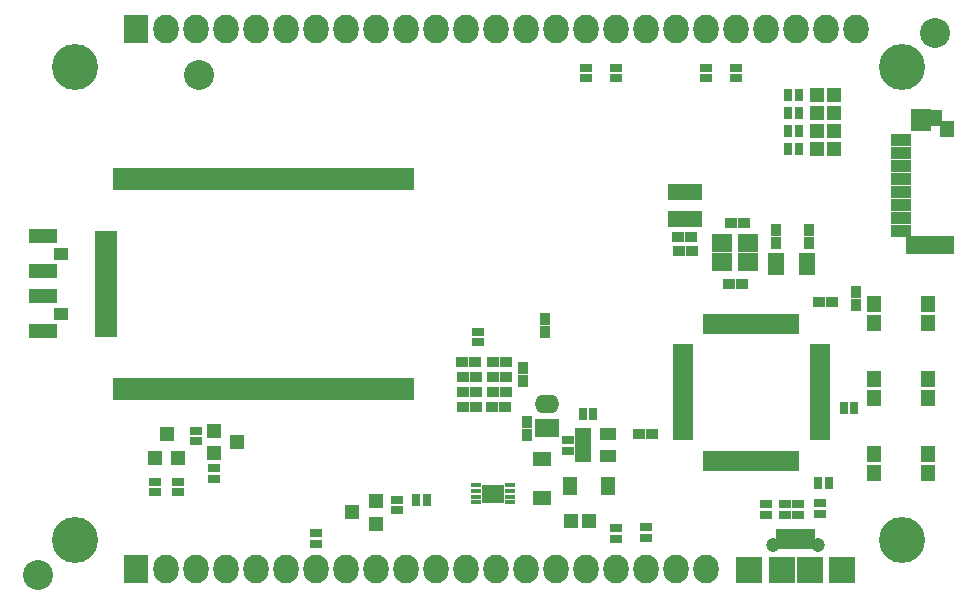
<source format=gts>
G04 #@! TF.FileFunction,Soldermask,Top*
%FSLAX46Y46*%
G04 Gerber Fmt 4.6, Leading zero omitted, Abs format (unit mm)*
G04 Created by KiCad (PCBNEW 4.0.2-stable) date Mon 29 Aug 2016 22:28:05 CEST*
%MOMM*%
G01*
G04 APERTURE LIST*
%ADD10C,0.100000*%
%ADD11R,1.197560X1.197560*%
%ADD12R,2.340000X1.190000*%
%ADD13R,1.190000X1.140000*%
%ADD14R,1.800000X1.600000*%
%ADD15R,1.000000X0.900000*%
%ADD16R,0.900000X1.000000*%
%ADD17R,1.000000X0.800000*%
%ADD18R,0.800000X1.000000*%
%ADD19R,2.099260X1.598880*%
%ADD20O,2.099260X1.598880*%
%ADD21R,1.200100X1.200100*%
%ADD22R,2.127200X2.432000*%
%ADD23O,2.127200X2.432000*%
%ADD24R,1.620000X1.310000*%
%ADD25R,1.700000X1.100000*%
%ADD26R,1.800000X1.850000*%
%ADD27R,1.250000X1.350000*%
%ADD28R,1.000000X1.400000*%
%ADD29R,4.190000X1.600000*%
%ADD30R,1.400000X1.950000*%
%ADD31R,2.940000X1.416000*%
%ADD32R,1.310000X1.620000*%
%ADD33R,2.297380X2.297380*%
%ADD34R,0.798780X1.748740*%
%ADD35R,0.798780X1.746200*%
%ADD36C,1.197560*%
%ADD37R,1.416000X1.924000*%
%ADD38R,1.924000X1.416000*%
%ADD39R,1.800000X0.700000*%
%ADD40R,0.700000X1.800000*%
%ADD41R,0.886460X0.434340*%
%ADD42R,1.884680X1.584960*%
%ADD43R,1.400760X0.999440*%
%ADD44R,1.300000X1.400000*%
%ADD45C,3.900120*%
%ADD46C,2.540000*%
G04 APERTURE END LIST*
D10*
D11*
X153820000Y-97518000D03*
X155318600Y-97518000D03*
X153820000Y-95994000D03*
X155318600Y-95994000D03*
X153820000Y-94470000D03*
X155318600Y-94470000D03*
X153820000Y-92946000D03*
X155318600Y-92946000D03*
D12*
X88287000Y-107883000D03*
X88287000Y-104933000D03*
D13*
X89812000Y-106408000D03*
D14*
X147955500Y-105506500D03*
X145755500Y-105506500D03*
X147955500Y-107106500D03*
X145755500Y-107106500D03*
D15*
X154032000Y-110472000D03*
X155132000Y-110472000D03*
X147617500Y-103804500D03*
X146517500Y-103804500D03*
X146412000Y-108948000D03*
X147512000Y-108948000D03*
X126388000Y-116822000D03*
X127488000Y-116822000D03*
D16*
X150391000Y-105519000D03*
X150391000Y-104419000D03*
X153185000Y-105519000D03*
X153185000Y-104419000D03*
D15*
X139892000Y-121648000D03*
X138792000Y-121648000D03*
D16*
X130833000Y-111912000D03*
X130833000Y-113012000D03*
X129309000Y-121732000D03*
X129309000Y-120632000D03*
D15*
X126388000Y-118092000D03*
X127488000Y-118092000D03*
X124906000Y-115552000D03*
X123806000Y-115552000D03*
D16*
X128928000Y-117203000D03*
X128928000Y-116103000D03*
D15*
X124948000Y-116822000D03*
X123848000Y-116822000D03*
X124948000Y-119362000D03*
X123848000Y-119362000D03*
X124948000Y-118092000D03*
X123848000Y-118092000D03*
X126304000Y-119362000D03*
X127404000Y-119362000D03*
X126388000Y-115552000D03*
X127488000Y-115552000D03*
D17*
X139342000Y-129580000D03*
X139342000Y-130480000D03*
X136802000Y-129638000D03*
X136802000Y-130538000D03*
X134262000Y-91560000D03*
X134262000Y-90660000D03*
X136802000Y-91560000D03*
X136802000Y-90660000D03*
X144422000Y-90660000D03*
X144422000Y-91560000D03*
X146962000Y-90660000D03*
X146962000Y-91560000D03*
X149502000Y-127617000D03*
X149502000Y-128517000D03*
X151153000Y-127606000D03*
X151153000Y-128506000D03*
X152232500Y-127606000D03*
X152232500Y-128506000D03*
D18*
X151407000Y-97518000D03*
X152307000Y-97518000D03*
D17*
X154074000Y-127548000D03*
X154074000Y-128448000D03*
D18*
X153936000Y-125839000D03*
X154836000Y-125839000D03*
X151407000Y-95994000D03*
X152307000Y-95994000D03*
X151396000Y-94470000D03*
X152296000Y-94470000D03*
X151396000Y-92946000D03*
X152296000Y-92946000D03*
D17*
X99707000Y-126612000D03*
X99707000Y-125712000D03*
D16*
X157122000Y-110726000D03*
X157122000Y-109626000D03*
D15*
X142094000Y-105011000D03*
X143194000Y-105011000D03*
X142136000Y-106154000D03*
X143236000Y-106154000D03*
D19*
X130960000Y-121140000D03*
D20*
X130960000Y-119138480D03*
D17*
X102766000Y-125469000D03*
X102766000Y-124569000D03*
X97813000Y-125712000D03*
X97813000Y-126612000D03*
X101242000Y-122294000D03*
X101242000Y-121394000D03*
D21*
X97818000Y-123680000D03*
X99718000Y-123680000D03*
X98768000Y-121681020D03*
X102766000Y-121394000D03*
X102766000Y-123294000D03*
X104764980Y-122344000D03*
X116482000Y-129268000D03*
X116482000Y-127368000D03*
X114483020Y-128318000D03*
D18*
X134897000Y-119997000D03*
X133997000Y-119997000D03*
D17*
X132738000Y-123114000D03*
X132738000Y-122214000D03*
D18*
X120800000Y-127236000D03*
X119900000Y-127236000D03*
D17*
X118260000Y-127236000D03*
X118260000Y-128136000D03*
D18*
X156106000Y-119489000D03*
X157006000Y-119489000D03*
D22*
X96162000Y-87358000D03*
D23*
X98702000Y-87358000D03*
X101242000Y-87358000D03*
X103782000Y-87358000D03*
X106322000Y-87358000D03*
X108862000Y-87358000D03*
X111402000Y-87358000D03*
X113942000Y-87358000D03*
X116482000Y-87358000D03*
X119022000Y-87358000D03*
X121562000Y-87358000D03*
X124102000Y-87358000D03*
X126642000Y-87358000D03*
X129182000Y-87358000D03*
X131722000Y-87358000D03*
X134262000Y-87358000D03*
X136802000Y-87358000D03*
X139342000Y-87358000D03*
X141882000Y-87358000D03*
X144422000Y-87358000D03*
X146962000Y-87358000D03*
X149502000Y-87358000D03*
X152042000Y-87358000D03*
X154582000Y-87358000D03*
X157122000Y-87358000D03*
D12*
X88287000Y-112963000D03*
X88287000Y-110013000D03*
D13*
X89812000Y-111488000D03*
D24*
X130579000Y-127077000D03*
X130579000Y-123807000D03*
D25*
X160932000Y-104458000D03*
X160932000Y-103358000D03*
X160932000Y-102258000D03*
X160932000Y-101158000D03*
X160932000Y-100058000D03*
X160932000Y-98958000D03*
X160932000Y-97858000D03*
X160932000Y-96758000D03*
D26*
X162632000Y-95133000D03*
D27*
X164857000Y-95833000D03*
D28*
X163882000Y-94908000D03*
D29*
X163392000Y-105688000D03*
D17*
X111402000Y-130988000D03*
X111402000Y-130088000D03*
D30*
X150391000Y-107297000D03*
X152991000Y-107297000D03*
D17*
X125118000Y-113012000D03*
X125118000Y-113912000D03*
D31*
X142644000Y-101201000D03*
X142644000Y-103487000D03*
D32*
X132897000Y-126093000D03*
X136167000Y-126093000D03*
D11*
X133004700Y-129014000D03*
X134503300Y-129014000D03*
D22*
X96162000Y-133078000D03*
D23*
X98702000Y-133078000D03*
X101242000Y-133078000D03*
X103782000Y-133078000D03*
X106322000Y-133078000D03*
X108862000Y-133078000D03*
X111402000Y-133078000D03*
X113942000Y-133078000D03*
X116482000Y-133078000D03*
X119022000Y-133078000D03*
X121562000Y-133078000D03*
X124102000Y-133078000D03*
X126642000Y-133078000D03*
X129182000Y-133078000D03*
X131722000Y-133078000D03*
X134262000Y-133078000D03*
X136802000Y-133078000D03*
X139342000Y-133078000D03*
X141882000Y-133078000D03*
X144422000Y-133078000D03*
D33*
X150843120Y-133212620D03*
X153240880Y-133212620D03*
X155991700Y-133212620D03*
X148092300Y-133212620D03*
D34*
X150741520Y-130538000D03*
D35*
X151394300Y-130538000D03*
X152042000Y-130538000D03*
X152689700Y-130538000D03*
X153342480Y-130538000D03*
D36*
X153939380Y-131066320D03*
X150142080Y-131063780D03*
D37*
X119022000Y-117838000D03*
X117752000Y-117838000D03*
X116482000Y-117838000D03*
X115212000Y-117838000D03*
X113942000Y-117838000D03*
X112672000Y-117838000D03*
X111402000Y-117838000D03*
X110132000Y-117838000D03*
X108862000Y-117838000D03*
X107592000Y-117838000D03*
X106322000Y-117838000D03*
X105052000Y-117838000D03*
X103782000Y-117838000D03*
X102512000Y-117838000D03*
X101242000Y-117838000D03*
X99972000Y-117838000D03*
X98702000Y-117838000D03*
X97432000Y-117838000D03*
X96162000Y-117838000D03*
X94892000Y-117838000D03*
X94892000Y-100058000D03*
D38*
X93622000Y-112758000D03*
X93622000Y-111488000D03*
X93622000Y-110218000D03*
X93622000Y-108948000D03*
X93622000Y-107678000D03*
X93622000Y-106408000D03*
X93622000Y-105138000D03*
D37*
X96162000Y-100058000D03*
X97432000Y-100058000D03*
X98702000Y-100058000D03*
X99972000Y-100058000D03*
X101242000Y-100058000D03*
X102512000Y-100058000D03*
X103782000Y-100058000D03*
X105052000Y-100058000D03*
X106322000Y-100058000D03*
X107592000Y-100058000D03*
X108862000Y-100058000D03*
X110132000Y-100058000D03*
X111402000Y-100058000D03*
X112672000Y-100058000D03*
X113942000Y-100058000D03*
X115212000Y-100058000D03*
X116482000Y-100058000D03*
X117752000Y-100058000D03*
X119022000Y-100058000D03*
D39*
X154052000Y-115884000D03*
X154052000Y-114384000D03*
X154052000Y-114884000D03*
X154052000Y-115384000D03*
X154052000Y-116384000D03*
X154052000Y-116884000D03*
X154052000Y-117384000D03*
X154052000Y-117884000D03*
X154052000Y-118384000D03*
X154052000Y-118884000D03*
X154052000Y-119384000D03*
X154052000Y-119884000D03*
X154052000Y-120384000D03*
X154052000Y-120884000D03*
X154052000Y-121384000D03*
X154052000Y-121884000D03*
D40*
X146002000Y-123934000D03*
X144502000Y-123934000D03*
X145002000Y-123934000D03*
X145502000Y-123934000D03*
X146502000Y-123934000D03*
X147002000Y-123934000D03*
X147502000Y-123934000D03*
X148002000Y-123934000D03*
X148502000Y-123934000D03*
X149002000Y-123934000D03*
X149502000Y-123934000D03*
X150002000Y-123934000D03*
X150502000Y-123934000D03*
X151002000Y-123934000D03*
X151502000Y-123934000D03*
X152002000Y-123934000D03*
D39*
X142452000Y-121884000D03*
X142452000Y-121384000D03*
X142452000Y-120884000D03*
X142452000Y-120384000D03*
X142452000Y-119884000D03*
X142452000Y-119384000D03*
X142452000Y-118884000D03*
X142452000Y-118384000D03*
X142452000Y-117884000D03*
X142452000Y-117384000D03*
X142452000Y-116884000D03*
X142452000Y-116384000D03*
X142452000Y-115384000D03*
X142452000Y-114884000D03*
X142452000Y-114384000D03*
X142452000Y-115884000D03*
D40*
X150502000Y-112334000D03*
X152002000Y-112334000D03*
X151502000Y-112334000D03*
X151002000Y-112334000D03*
X150002000Y-112334000D03*
X149502000Y-112334000D03*
X149002000Y-112334000D03*
X148502000Y-112334000D03*
X148002000Y-112334000D03*
X147502000Y-112334000D03*
X147002000Y-112334000D03*
X146502000Y-112334000D03*
X146002000Y-112334000D03*
X145502000Y-112334000D03*
X145002000Y-112334000D03*
X144502000Y-112334000D03*
D41*
X124940200Y-125978700D03*
X124940200Y-126481620D03*
X124940200Y-126974380D03*
X124940200Y-127477300D03*
X127835800Y-127477300D03*
X127835800Y-126974380D03*
X127835800Y-126481620D03*
X127835800Y-125978700D03*
D42*
X126388000Y-126728000D03*
D43*
X134053720Y-121648000D03*
X134053720Y-123553000D03*
X134053720Y-122600500D03*
X136167000Y-123553000D03*
X136167000Y-121648000D03*
D44*
X158657000Y-112288000D03*
X163207000Y-110688000D03*
X158657000Y-110688000D03*
X163207000Y-112288000D03*
X158657000Y-124988000D03*
X163207000Y-123388000D03*
X158657000Y-123388000D03*
X163207000Y-124988000D03*
X158657000Y-118638000D03*
X163207000Y-117038000D03*
X158657000Y-117038000D03*
X163207000Y-118638000D03*
D45*
X91003260Y-130616740D03*
X91003260Y-90616820D03*
X161003120Y-90616820D03*
X161003120Y-130616740D03*
D46*
X87907000Y-133586000D03*
X163853000Y-87739000D03*
X101496000Y-91295000D03*
M02*

</source>
